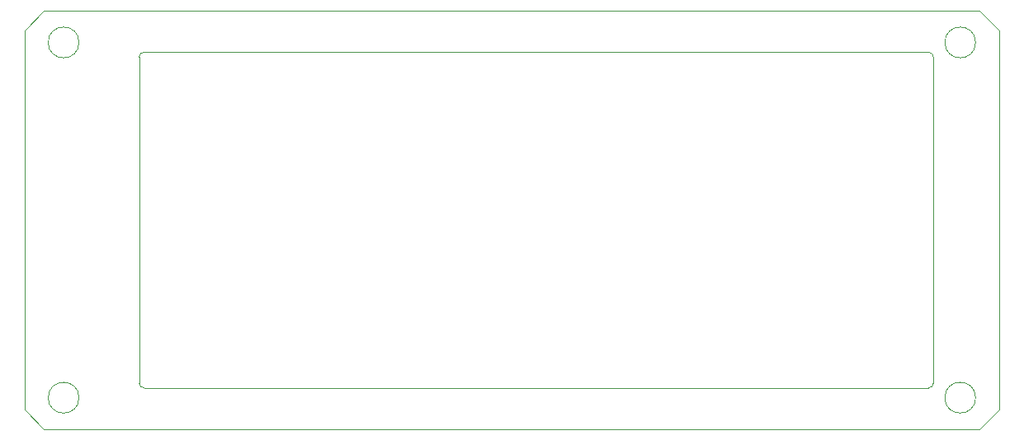
<source format=gm1>
G04 #@! TF.GenerationSoftware,KiCad,Pcbnew,5.1.5+dfsg1-2build2*
G04 #@! TF.CreationDate,2021-03-02T22:53:32+01:00*
G04 #@! TF.ProjectId,front,66726f6e-742e-46b6-9963-61645f706362,rev?*
G04 #@! TF.SameCoordinates,Original*
G04 #@! TF.FileFunction,Profile,NP*
%FSLAX46Y46*%
G04 Gerber Fmt 4.6, Leading zero omitted, Abs format (unit mm)*
G04 Created by KiCad (PCBNEW 5.1.5+dfsg1-2build2) date 2021-03-02 22:53:32*
%MOMM*%
%LPD*%
G04 APERTURE LIST*
%ADD10C,0.050000*%
G04 APERTURE END LIST*
D10*
X192750000Y-61250001D02*
G75*
G02X193249999Y-61750000I0J-499999D01*
G01*
X193249999Y-95250000D02*
G75*
G02X192750000Y-95749999I-499999J0D01*
G01*
X112250000Y-95749999D02*
G75*
G02X111750001Y-95250000I0J499999D01*
G01*
X111750001Y-61750000D02*
G75*
G02X112250000Y-61250001I499999J0D01*
G01*
X193249999Y-95250000D02*
X193249999Y-61750000D01*
X112250000Y-95749999D02*
X192750000Y-95749999D01*
X111750001Y-61750000D02*
X111750001Y-95250000D01*
X192750000Y-61250001D02*
X112250000Y-61250001D01*
X200000000Y-98000000D02*
X200000001Y-59000000D01*
X197581139Y-96750000D02*
G75*
G03X197581139Y-96750000I-1581139J0D01*
G01*
X105581140Y-60250000D02*
G75*
G03X105581140Y-60250000I-1581140J0D01*
G01*
X198000000Y-57000000D02*
X102000000Y-57000000D01*
X102000000Y-57000000D02*
X100000000Y-59000000D01*
X198000000Y-56999999D02*
X200000001Y-59000000D01*
X102000000Y-100000000D02*
X100000000Y-98000000D01*
X102000000Y-100000000D02*
X198000000Y-100000000D01*
X100000000Y-59000000D02*
X100000000Y-98000000D01*
X197581139Y-60250000D02*
G75*
G03X197581139Y-60250000I-1581139J0D01*
G01*
X105581139Y-96750000D02*
G75*
G03X105581139Y-96750000I-1581139J0D01*
G01*
X200000000Y-98000000D02*
X198000000Y-100000000D01*
M02*

</source>
